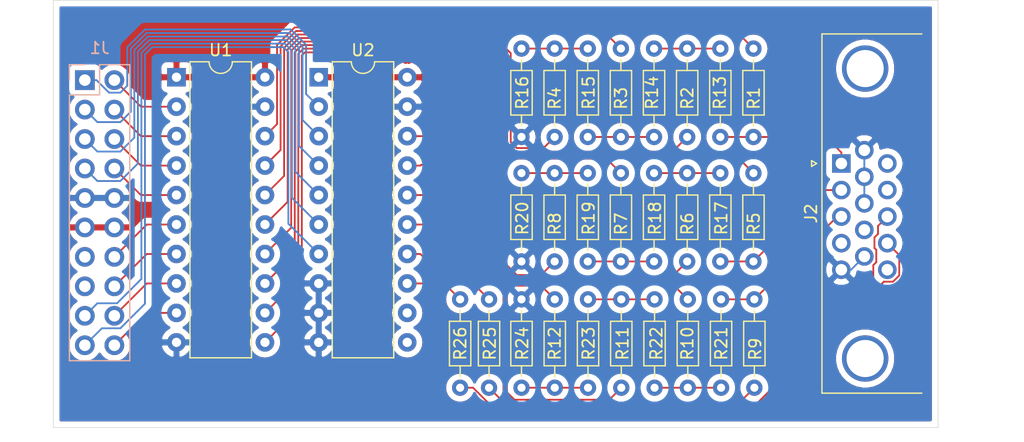
<source format=kicad_pcb>
(kicad_pcb (version 20171130) (host pcbnew 5.1.4-e60b266~84~ubuntu16.04.1)
  (layers (0 F.Cu signal) (31 B.Cu signal) (34 B.Paste user) (35 F.Paste user) (36 B.SilkS user) (37 F.SilkS user) (38 B.Mask user) (39 F.Mask user) (44 Edge.Cuts user))
  (net 0 "")
  (net 1 VSYNC)
  (net 2 HSYNC)
  (net 3 B3)
  (net 4 B2)
  (net 5 B1)
  (net 6 B0)
  (net 7 G3)
  (net 8 VCC)
  (net 9 GND)
  (net 10 G2)
  (net 11 G1)
  (net 12 G0)
  (net 13 R3)
  (net 14 R2)
  (net 15 R1)
  (net 16 R0)
  (net 17 "Net-(J2-Pad1)")
  (net 18 "Net-(J2-Pad2)")
  (net 19 "Net-(J2-Pad3)")
  (net 20 "Net-(J2-Pad4)")
  (net 21 "Net-(J2-Pad9)")
  (net 22 "Net-(J2-Pad11)")
  (net 23 "Net-(J2-Pad12)")
  (net 24 "Net-(J2-Pad13)")
  (net 25 "Net-(J2-Pad14)")
  (net 26 "Net-(J2-Pad15)")
  (net 27 "Net-(R13-Pad1)")
  (net 28 "Net-(R14-Pad1)")
  (net 29 "Net-(R15-Pad1)")
  (net 30 "Net-(R17-Pad1)")
  (net 31 "Net-(R18-Pad1)")
  (net 32 "Net-(R19-Pad1)")
  (net 33 "Net-(R10-Pad1)")
  (net 34 "Net-(R11-Pad1)")
  (net 35 "Net-(R12-Pad1)")
  (net 36 "Net-(R25-Pad2)")
  (net 37 "Net-(R26-Pad2)")
  (net 38 "Net-(U2-Pad12)")
  (net 39 "Net-(U2-Pad11)")
  (net 40 "Net-(J1-Pad13)")
  (net 41 "Net-(J1-Pad15)")
  (net 42 R3_)
  (net 43 R2_)
  (net 44 R1_)
  (net 45 R0_)
  (net 46 G3_)
  (net 47 G0_)
  (net 48 G2_)
  (net 49 G1_)
  (net 50 B3_)
  (net 51 B2_)
  (net 52 B1_)
  (net 53 B0_)
  (module Connector_PinSocket_2.54mm:PinSocket_2x10_P2.54mm_Vertical (layer B.Cu) (at 58.5978 42.4434 180)
    (fp_text reference J1 (at -1.27 2.77) (layer B.SilkS) (effects (justify mirror)))
    (fp_text value Conn_02x10_Odd_Even)
    (pad 1 thru_hole rect (at 0 0 180) (size 1.7 1.7) (drill 1) (layers *.Cu *.Mask) (net 4 B2))
    (pad 2 thru_hole oval (at -2.54 0 180) (size 1.7 1.7) (drill 1) (layers *.Cu *.Mask) (net 13 R3))
    (pad 3 thru_hole oval (at 0 -2.54 180) (size 1.7 1.7) (drill 1) (layers *.Cu *.Mask) (net 6 B0))
    (pad 4 thru_hole oval (at -2.54 -2.54 180) (size 1.7 1.7) (drill 1) (layers *.Cu *.Mask) (net 15 R1))
    (pad 5 thru_hole oval (at 0 -5.08 180) (size 1.7 1.7) (drill 1) (layers *.Cu *.Mask) (net 5 B1))
    (pad 6 thru_hole oval (at -2.54 -5.08 180) (size 1.7 1.7) (drill 1) (layers *.Cu *.Mask) (net 16 R0))
    (pad 7 thru_hole oval (at 0 -7.62 180) (size 1.7 1.7) (drill 1) (layers *.Cu *.Mask) (net 3 B3))
    (pad 8 thru_hole oval (at -2.54 -7.62 180) (size 1.7 1.7) (drill 1) (layers *.Cu *.Mask) (net 14 R2))
    (pad 9 thru_hole oval (at 0 -10.16 180) (size 1.7 1.7) (drill 1) (layers *.Cu *.Mask) (net 9 GND))
    (pad 10 thru_hole oval (at -2.54 -10.16 180) (size 1.7 1.7) (drill 1) (layers *.Cu *.Mask) (net 9 GND))
    (pad 11 thru_hole oval (at 0 -12.7 180) (size 1.7 1.7) (drill 1) (layers *.Cu *.Mask) (net 8 VCC))
    (pad 12 thru_hole oval (at -2.54 -12.7 180) (size 1.7 1.7) (drill 1) (layers *.Cu *.Mask) (net 8 VCC))
    (pad 13 thru_hole oval (at 0 -15.24 180) (size 1.7 1.7) (drill 1) (layers *.Cu *.Mask) (net 40 "Net-(J1-Pad13)"))
    (pad 14 thru_hole oval (at -2.54 -15.24 180) (size 1.7 1.7) (drill 1) (layers *.Cu *.Mask) (net 7 G3))
    (pad 15 thru_hole oval (at 0 -17.78 180) (size 1.7 1.7) (drill 1) (layers *.Cu *.Mask) (net 41 "Net-(J1-Pad15)"))
    (pad 16 thru_hole oval (at -2.54 -17.78 180) (size 1.7 1.7) (drill 1) (layers *.Cu *.Mask) (net 11 G1))
    (pad 17 thru_hole oval (at 0 -20.32 180) (size 1.7 1.7) (drill 1) (layers *.Cu *.Mask) (net 2 HSYNC))
    (pad 18 thru_hole oval (at -2.54 -20.32 180) (size 1.7 1.7) (drill 1) (layers *.Cu *.Mask) (net 12 G0))
    (pad 19 thru_hole oval (at 0 -22.86 180) (size 1.7 1.7) (drill 1) (layers *.Cu *.Mask) (net 1 VSYNC))
    (pad 20 thru_hole oval (at -2.54 -22.86 180) (size 1.7 1.7) (drill 1) (layers *.Cu *.Mask) (net 10 G2))
  )
  (module Connector_Dsub:DSUB-15-HD_Female_Horizontal_P2.29x1.98mm_EdgePinOffset3.03mm_Housed_MountingHolesOffset4.94mm (layer F.Cu) (at 123.7488 49.6316 90)
    (fp_text reference J2 (at -4.315 -2.61 90) (layer F.SilkS))
    (fp_text value DB15_Female_HighDensity)
    (pad 1 thru_hole rect (at 0 0 90) (size 1.6 1.6) (drill 1) (layers *.Cu *.Mask) (net 17 "Net-(J2-Pad1)"))
    (pad 2 thru_hole circle (at -2.29 0 90) (size 1.6 1.6) (drill 1) (layers *.Cu *.Mask) (net 18 "Net-(J2-Pad2)"))
    (pad 3 thru_hole circle (at -4.58 0 90) (size 1.6 1.6) (drill 1) (layers *.Cu *.Mask) (net 19 "Net-(J2-Pad3)"))
    (pad 4 thru_hole circle (at -6.87 0 90) (size 1.6 1.6) (drill 1) (layers *.Cu *.Mask) (net 20 "Net-(J2-Pad4)"))
    (pad 5 thru_hole circle (at -9.16 0 90) (size 1.6 1.6) (drill 1) (layers *.Cu *.Mask) (net 9 GND))
    (pad 6 thru_hole circle (at 1.145 1.98 90) (size 1.6 1.6) (drill 1) (layers *.Cu *.Mask) (net 9 GND))
    (pad 7 thru_hole circle (at -1.145 1.98 90) (size 1.6 1.6) (drill 1) (layers *.Cu *.Mask) (net 9 GND))
    (pad 8 thru_hole circle (at -3.435 1.98 90) (size 1.6 1.6) (drill 1) (layers *.Cu *.Mask) (net 9 GND))
    (pad 9 thru_hole circle (at -5.725 1.98 90) (size 1.6 1.6) (drill 1) (layers *.Cu *.Mask) (net 21 "Net-(J2-Pad9)"))
    (pad 10 thru_hole circle (at -8.015 1.98 90) (size 1.6 1.6) (drill 1) (layers *.Cu *.Mask) (net 9 GND))
    (pad 11 thru_hole circle (at 0 3.96 90) (size 1.6 1.6) (drill 1) (layers *.Cu *.Mask) (net 22 "Net-(J2-Pad11)"))
    (pad 12 thru_hole circle (at -2.29 3.96 90) (size 1.6 1.6) (drill 1) (layers *.Cu *.Mask) (net 23 "Net-(J2-Pad12)"))
    (pad 13 thru_hole circle (at -4.58 3.96 90) (size 1.6 1.6) (drill 1) (layers *.Cu *.Mask) (net 24 "Net-(J2-Pad13)"))
    (pad 14 thru_hole circle (at -6.87 3.96 90) (size 1.6 1.6) (drill 1) (layers *.Cu *.Mask) (net 25 "Net-(J2-Pad14)"))
    (pad 15 thru_hole circle (at -9.16 3.96 90) (size 1.6 1.6) (drill 1) (layers *.Cu *.Mask) (net 26 "Net-(J2-Pad15)"))
    (pad 0 thru_hole circle (at -16.815 2.05 90) (size 4 4) (drill 3.2) (layers *.Cu *.Mask))
    (pad 0 thru_hole circle (at 8.185 2.05 90) (size 4 4) (drill 3.2) (layers *.Cu *.Mask))
  )
  (module Resistor_THT:R_Axial_DIN0204_L3.6mm_D1.6mm_P7.62mm_Horizontal (layer F.Cu) (at 116.1796 47.3431 90)
    (fp_text reference R1 (at 3.333809 0.0254 90) (layer F.SilkS))
    (fp_text value 536)
    (pad 2 thru_hole oval (at 7.62 0 90) (size 1.4 1.4) (drill 0.7) (layers *.Cu *.Mask) (net 42 R3_))
    (pad 1 thru_hole circle (at 0 0 90) (size 1.4 1.4) (drill 0.7) (layers *.Cu *.Mask) (net 17 "Net-(J2-Pad1)"))
  )
  (module Resistor_THT:R_Axial_DIN0204_L3.6mm_D1.6mm_P7.62mm_Horizontal (layer F.Cu) (at 110.471855 39.7231 270)
    (fp_text reference R2 (at 4.286191 -0.018145 90) (layer F.SilkS))
    (fp_text value 536)
    (pad 1 thru_hole circle (at 0 0 270) (size 1.4 1.4) (drill 0.7) (layers *.Cu *.Mask) (net 27 "Net-(R13-Pad1)"))
    (pad 2 thru_hole oval (at 7.62 0 270) (size 1.4 1.4) (drill 0.7) (layers *.Cu *.Mask) (net 43 R2_))
  )
  (module Resistor_THT:R_Axial_DIN0204_L3.6mm_D1.6mm_P7.62mm_Horizontal (layer F.Cu) (at 104.764113 47.3431 90)
    (fp_text reference R3 (at 3.333809 0.010887 90) (layer F.SilkS))
    (fp_text value 536)
    (pad 2 thru_hole oval (at 7.62 0 90) (size 1.4 1.4) (drill 0.7) (layers *.Cu *.Mask) (net 44 R1_))
    (pad 1 thru_hole circle (at 0 0 90) (size 1.4 1.4) (drill 0.7) (layers *.Cu *.Mask) (net 28 "Net-(R14-Pad1)"))
  )
  (module Resistor_THT:R_Axial_DIN0204_L3.6mm_D1.6mm_P7.62mm_Horizontal (layer F.Cu) (at 99.056371 39.7231 270)
    (fp_text reference R4 (at 4.286191 -0.003629 90) (layer F.SilkS))
    (fp_text value 536)
    (pad 1 thru_hole circle (at 0 0 270) (size 1.4 1.4) (drill 0.7) (layers *.Cu *.Mask) (net 29 "Net-(R15-Pad1)"))
    (pad 2 thru_hole oval (at 7.62 0 270) (size 1.4 1.4) (drill 0.7) (layers *.Cu *.Mask) (net 45 R0_))
  )
  (module Resistor_THT:R_Axial_DIN0204_L3.6mm_D1.6mm_P7.62mm_Horizontal (layer F.Cu) (at 116.1796 58.07855 90)
    (fp_text reference R5 (at 3.246359 0.0254 90) (layer F.SilkS))
    (fp_text value 536)
    (pad 2 thru_hole oval (at 7.62 0 90) (size 1.4 1.4) (drill 0.7) (layers *.Cu *.Mask) (net 46 G3_))
    (pad 1 thru_hole circle (at 0 0 90) (size 1.4 1.4) (drill 0.7) (layers *.Cu *.Mask) (net 18 "Net-(J2-Pad2)"))
  )
  (module Resistor_THT:R_Axial_DIN0204_L3.6mm_D1.6mm_P7.62mm_Horizontal (layer F.Cu) (at 110.471855 50.45855 270)
    (fp_text reference R6 (at 4.373641 -0.018145 90) (layer F.SilkS))
    (fp_text value 536)
    (pad 1 thru_hole circle (at 0 0 270) (size 1.4 1.4) (drill 0.7) (layers *.Cu *.Mask) (net 30 "Net-(R17-Pad1)"))
    (pad 2 thru_hole oval (at 7.62 0 270) (size 1.4 1.4) (drill 0.7) (layers *.Cu *.Mask) (net 48 G2_))
  )
  (module Resistor_THT:R_Axial_DIN0204_L3.6mm_D1.6mm_P7.62mm_Horizontal (layer F.Cu) (at 104.764113 58.07855 90)
    (fp_text reference R7 (at 3.246359 0.010887 90) (layer F.SilkS))
    (fp_text value 536)
    (pad 2 thru_hole oval (at 7.62 0 90) (size 1.4 1.4) (drill 0.7) (layers *.Cu *.Mask) (net 49 G1_))
    (pad 1 thru_hole circle (at 0 0 90) (size 1.4 1.4) (drill 0.7) (layers *.Cu *.Mask) (net 31 "Net-(R18-Pad1)"))
  )
  (module Resistor_THT:R_Axial_DIN0204_L3.6mm_D1.6mm_P7.62mm_Horizontal (layer F.Cu) (at 99.056371 50.45855 270)
    (fp_text reference R8 (at 4.373641 -0.003629 90) (layer F.SilkS))
    (fp_text value 536)
    (pad 1 thru_hole circle (at 0 0 270) (size 1.4 1.4) (drill 0.7) (layers *.Cu *.Mask) (net 32 "Net-(R19-Pad1)"))
    (pad 2 thru_hole oval (at 7.62 0 270) (size 1.4 1.4) (drill 0.7) (layers *.Cu *.Mask) (net 47 G0_))
  )
  (module Resistor_THT:R_Axial_DIN0204_L3.6mm_D1.6mm_P7.62mm_Horizontal (layer F.Cu) (at 116.2558 61.344 270)
    (fp_text reference R9 (at 4.286191 -0.0762 90) (layer F.SilkS))
    (fp_text value 536)
    (pad 1 thru_hole circle (at 0 0 270) (size 1.4 1.4) (drill 0.7) (layers *.Cu *.Mask) (net 19 "Net-(J2-Pad3)"))
    (pad 2 thru_hole oval (at 7.62 0 270) (size 1.4 1.4) (drill 0.7) (layers *.Cu *.Mask) (net 50 B3_))
  )
  (module Resistor_THT:R_Axial_DIN0204_L3.6mm_D1.6mm_P7.62mm_Horizontal (layer F.Cu) (at 110.526285 68.964 90)
    (fp_text reference R10 (at 3.81 -0.036285 90) (layer F.SilkS))
    (fp_text value 536)
    (pad 2 thru_hole oval (at 7.62 0 90) (size 1.4 1.4) (drill 0.7) (layers *.Cu *.Mask) (net 51 B2_))
    (pad 1 thru_hole circle (at 0 0 90) (size 1.4 1.4) (drill 0.7) (layers *.Cu *.Mask) (net 33 "Net-(R10-Pad1)"))
  )
  (module Resistor_THT:R_Axial_DIN0204_L3.6mm_D1.6mm_P7.62mm_Horizontal (layer F.Cu) (at 104.796771 61.344 270)
    (fp_text reference R11 (at 3.81 -0.105229 90) (layer F.SilkS))
    (fp_text value 536)
    (pad 1 thru_hole circle (at 0 0 270) (size 1.4 1.4) (drill 0.7) (layers *.Cu *.Mask) (net 34 "Net-(R11-Pad1)"))
    (pad 2 thru_hole oval (at 7.62 0 270) (size 1.4 1.4) (drill 0.7) (layers *.Cu *.Mask) (net 52 B1_))
  )
  (module Resistor_THT:R_Axial_DIN0204_L3.6mm_D1.6mm_P7.62mm_Horizontal (layer F.Cu) (at 99.067257 68.964 90)
    (fp_text reference R12 (at 3.81 -0.007257 90) (layer F.SilkS))
    (fp_text value 536)
    (pad 2 thru_hole oval (at 7.62 0 90) (size 1.4 1.4) (drill 0.7) (layers *.Cu *.Mask) (net 53 B0_))
    (pad 1 thru_hole circle (at 0 0 90) (size 1.4 1.4) (drill 0.7) (layers *.Cu *.Mask) (net 35 "Net-(R12-Pad1)"))
  )
  (module Resistor_THT:R_Axial_DIN0204_L3.6mm_D1.6mm_P7.62mm_Horizontal (layer F.Cu) (at 113.325726 39.7231 270)
    (fp_text reference R13 (at 3.81 0.041726 90) (layer F.SilkS))
    (fp_text value 270)
    (pad 1 thru_hole circle (at 0 0 270) (size 1.4 1.4) (drill 0.7) (layers *.Cu *.Mask) (net 27 "Net-(R13-Pad1)"))
    (pad 2 thru_hole oval (at 7.62 0 270) (size 1.4 1.4) (drill 0.7) (layers *.Cu *.Mask) (net 17 "Net-(J2-Pad1)"))
  )
  (module Resistor_THT:R_Axial_DIN0204_L3.6mm_D1.6mm_P7.62mm_Horizontal (layer F.Cu) (at 107.617984 47.3431 90)
    (fp_text reference R14 (at 3.81 -0.175984 90) (layer F.SilkS))
    (fp_text value 270)
    (pad 2 thru_hole oval (at 7.62 0 90) (size 1.4 1.4) (drill 0.7) (layers *.Cu *.Mask) (net 27 "Net-(R13-Pad1)"))
    (pad 1 thru_hole circle (at 0 0 90) (size 1.4 1.4) (drill 0.7) (layers *.Cu *.Mask) (net 28 "Net-(R14-Pad1)"))
  )
  (module Resistor_THT:R_Axial_DIN0204_L3.6mm_D1.6mm_P7.62mm_Horizontal (layer F.Cu) (at 101.910242 39.7231 270)
    (fp_text reference R15 (at 3.81 -0.070758 90) (layer F.SilkS))
    (fp_text value 270)
    (pad 1 thru_hole circle (at 0 0 270) (size 1.4 1.4) (drill 0.7) (layers *.Cu *.Mask) (net 29 "Net-(R15-Pad1)"))
    (pad 2 thru_hole oval (at 7.62 0 270) (size 1.4 1.4) (drill 0.7) (layers *.Cu *.Mask) (net 28 "Net-(R14-Pad1)"))
  )
  (module Resistor_THT:R_Axial_DIN0204_L3.6mm_D1.6mm_P7.62mm_Horizontal (layer F.Cu) (at 96.2025 47.3431 90)
    (fp_text reference R16 (at 3.81 0.0635 90) (layer F.SilkS))
    (fp_text value 536)
    (pad 2 thru_hole oval (at 7.62 0 90) (size 1.4 1.4) (drill 0.7) (layers *.Cu *.Mask) (net 29 "Net-(R15-Pad1)"))
    (pad 1 thru_hole circle (at 0 0 90) (size 1.4 1.4) (drill 0.7) (layers *.Cu *.Mask) (net 9 GND))
  )
  (module Resistor_THT:R_Axial_DIN0204_L3.6mm_D1.6mm_P7.62mm_Horizontal (layer F.Cu) (at 113.325726 50.45855 270)
    (fp_text reference R17 (at 3.89745 -0.085274 90) (layer F.SilkS))
    (fp_text value 270)
    (pad 2 thru_hole oval (at 7.62 0 270) (size 1.4 1.4) (drill 0.7) (layers *.Cu *.Mask) (net 18 "Net-(J2-Pad2)"))
    (pad 1 thru_hole circle (at 0 0 270) (size 1.4 1.4) (drill 0.7) (layers *.Cu *.Mask) (net 30 "Net-(R17-Pad1)"))
  )
  (module Resistor_THT:R_Axial_DIN0204_L3.6mm_D1.6mm_P7.62mm_Horizontal (layer F.Cu) (at 107.617984 58.07855 90)
    (fp_text reference R18 (at 3.72255 0.078016 90) (layer F.SilkS))
    (fp_text value 270)
    (pad 1 thru_hole circle (at 0 0 90) (size 1.4 1.4) (drill 0.7) (layers *.Cu *.Mask) (net 31 "Net-(R18-Pad1)"))
    (pad 2 thru_hole oval (at 7.62 0 90) (size 1.4 1.4) (drill 0.7) (layers *.Cu *.Mask) (net 30 "Net-(R17-Pad1)"))
  )
  (module Resistor_THT:R_Axial_DIN0204_L3.6mm_D1.6mm_P7.62mm_Horizontal (layer F.Cu) (at 101.910242 50.45855 270)
    (fp_text reference R19 (at 3.89745 -0.070758 90) (layer F.SilkS))
    (fp_text value 270)
    (pad 2 thru_hole oval (at 7.62 0 270) (size 1.4 1.4) (drill 0.7) (layers *.Cu *.Mask) (net 31 "Net-(R18-Pad1)"))
    (pad 1 thru_hole circle (at 0 0 270) (size 1.4 1.4) (drill 0.7) (layers *.Cu *.Mask) (net 32 "Net-(R19-Pad1)"))
  )
  (module Resistor_THT:R_Axial_DIN0204_L3.6mm_D1.6mm_P7.62mm_Horizontal (layer F.Cu) (at 96.2025 58.07855 90)
    (fp_text reference R20 (at 3.72255 0.0635 90) (layer F.SilkS))
    (fp_text value 536)
    (pad 1 thru_hole circle (at 0 0 90) (size 1.4 1.4) (drill 0.7) (layers *.Cu *.Mask) (net 9 GND))
    (pad 2 thru_hole oval (at 7.62 0 90) (size 1.4 1.4) (drill 0.7) (layers *.Cu *.Mask) (net 32 "Net-(R19-Pad1)"))
  )
  (module Resistor_THT:R_Axial_DIN0204_L3.6mm_D1.6mm_P7.62mm_Horizontal (layer F.Cu) (at 113.391042 68.964 90)
    (fp_text reference R21 (at 3.81 0.019958 90) (layer F.SilkS))
    (fp_text value 270)
    (pad 1 thru_hole circle (at 0 0 90) (size 1.4 1.4) (drill 0.7) (layers *.Cu *.Mask) (net 33 "Net-(R10-Pad1)"))
    (pad 2 thru_hole oval (at 7.62 0 90) (size 1.4 1.4) (drill 0.7) (layers *.Cu *.Mask) (net 19 "Net-(J2-Pad3)"))
  )
  (module Resistor_THT:R_Axial_DIN0204_L3.6mm_D1.6mm_P7.62mm_Horizontal (layer F.Cu) (at 107.661528 61.344 270)
    (fp_text reference R22 (at 3.81 -0.161472 90) (layer F.SilkS))
    (fp_text value 270)
    (pad 2 thru_hole oval (at 7.62 0 270) (size 1.4 1.4) (drill 0.7) (layers *.Cu *.Mask) (net 33 "Net-(R10-Pad1)"))
    (pad 1 thru_hole circle (at 0 0 270) (size 1.4 1.4) (drill 0.7) (layers *.Cu *.Mask) (net 34 "Net-(R11-Pad1)"))
  )
  (module Resistor_THT:R_Axial_DIN0204_L3.6mm_D1.6mm_P7.62mm_Horizontal (layer F.Cu) (at 101.932014 68.964 90)
    (fp_text reference R23 (at 3.81 0.048986 90) (layer F.SilkS))
    (fp_text value 270)
    (pad 1 thru_hole circle (at 0 0 90) (size 1.4 1.4) (drill 0.7) (layers *.Cu *.Mask) (net 35 "Net-(R12-Pad1)"))
    (pad 2 thru_hole oval (at 7.62 0 90) (size 1.4 1.4) (drill 0.7) (layers *.Cu *.Mask) (net 34 "Net-(R11-Pad1)"))
  )
  (module Resistor_THT:R_Axial_DIN0204_L3.6mm_D1.6mm_P7.62mm_Horizontal (layer F.Cu) (at 96.2025 61.344 270)
    (fp_text reference R24 (at 3.81 -0.0635 90) (layer F.SilkS))
    (fp_text value 536)
    (pad 2 thru_hole oval (at 7.62 0 270) (size 1.4 1.4) (drill 0.7) (layers *.Cu *.Mask) (net 35 "Net-(R12-Pad1)"))
    (pad 1 thru_hole circle (at 0 0 270) (size 1.4 1.4) (drill 0.7) (layers *.Cu *.Mask) (net 9 GND))
  )
  (module Resistor_THT:R_Axial_DIN0204_L3.6mm_D1.6mm_P7.62mm_Horizontal (layer F.Cu) (at 93.4068 68.964 90)
    (fp_text reference R25 (at 3.81 0.0652 90) (layer F.SilkS))
    (fp_text value 100)
    (pad 1 thru_hole circle (at 0 0 90) (size 1.4 1.4) (drill 0.7) (layers *.Cu *.Mask) (net 24 "Net-(J2-Pad13)"))
    (pad 2 thru_hole oval (at 7.62 0 90) (size 1.4 1.4) (drill 0.7) (layers *.Cu *.Mask) (net 36 "Net-(R25-Pad2)"))
  )
  (module Resistor_THT:R_Axial_DIN0204_L3.6mm_D1.6mm_P7.62mm_Horizontal (layer F.Cu) (at 90.9176 68.964 90)
    (fp_text reference R26 (at 3.81 0.0144 90) (layer F.SilkS))
    (fp_text value 100)
    (pad 2 thru_hole oval (at 7.62 0 90) (size 1.4 1.4) (drill 0.7) (layers *.Cu *.Mask) (net 37 "Net-(R26-Pad2)"))
    (pad 1 thru_hole circle (at 0 0 90) (size 1.4 1.4) (drill 0.7) (layers *.Cu *.Mask) (net 25 "Net-(J2-Pad14)"))
  )
  (module Package_DIP:DIP-20_W7.62mm (layer F.Cu) (at 66.4889 42.1934)
    (fp_text reference U1 (at 3.81 -2.33) (layer F.SilkS))
    (fp_text value SN74LVC245AN)
    (pad 1 thru_hole rect (at 0 0) (size 1.6 1.6) (drill 0.8) (layers *.Cu *.Mask) (net 8 VCC))
    (pad 11 thru_hole oval (at 7.62 22.86) (size 1.6 1.6) (drill 0.8) (layers *.Cu *.Mask) (net 48 G2_))
    (pad 2 thru_hole oval (at 0 2.54) (size 1.6 1.6) (drill 0.8) (layers *.Cu *.Mask) (net 13 R3))
    (pad 12 thru_hole oval (at 7.62 20.32) (size 1.6 1.6) (drill 0.8) (layers *.Cu *.Mask) (net 47 G0_))
    (pad 3 thru_hole oval (at 0 5.08) (size 1.6 1.6) (drill 0.8) (layers *.Cu *.Mask) (net 15 R1))
    (pad 13 thru_hole oval (at 7.62 17.78) (size 1.6 1.6) (drill 0.8) (layers *.Cu *.Mask) (net 49 G1_))
    (pad 4 thru_hole oval (at 0 7.62) (size 1.6 1.6) (drill 0.8) (layers *.Cu *.Mask) (net 16 R0))
    (pad 14 thru_hole oval (at 7.62 15.24) (size 1.6 1.6) (drill 0.8) (layers *.Cu *.Mask) (net 46 G3_))
    (pad 5 thru_hole oval (at 0 10.16) (size 1.6 1.6) (drill 0.8) (layers *.Cu *.Mask) (net 14 R2))
    (pad 15 thru_hole oval (at 7.62 12.7) (size 1.6 1.6) (drill 0.8) (layers *.Cu *.Mask) (net 43 R2_))
    (pad 6 thru_hole oval (at 0 12.7) (size 1.6 1.6) (drill 0.8) (layers *.Cu *.Mask) (net 7 G3))
    (pad 16 thru_hole oval (at 7.62 10.16) (size 1.6 1.6) (drill 0.8) (layers *.Cu *.Mask) (net 45 R0_))
    (pad 7 thru_hole oval (at 0 15.24) (size 1.6 1.6) (drill 0.8) (layers *.Cu *.Mask) (net 11 G1))
    (pad 17 thru_hole oval (at 7.62 7.62) (size 1.6 1.6) (drill 0.8) (layers *.Cu *.Mask) (net 44 R1_))
    (pad 8 thru_hole oval (at 0 17.78) (size 1.6 1.6) (drill 0.8) (layers *.Cu *.Mask) (net 12 G0))
    (pad 18 thru_hole oval (at 7.62 5.08) (size 1.6 1.6) (drill 0.8) (layers *.Cu *.Mask) (net 42 R3_))
    (pad 9 thru_hole oval (at 0 20.32) (size 1.6 1.6) (drill 0.8) (layers *.Cu *.Mask) (net 10 G2))
    (pad 19 thru_hole oval (at 7.62 2.54) (size 1.6 1.6) (drill 0.8) (layers *.Cu *.Mask) (net 9 GND))
    (pad 10 thru_hole oval (at 0 22.86) (size 1.6 1.6) (drill 0.8) (layers *.Cu *.Mask) (net 9 GND))
    (pad 20 thru_hole oval (at 7.62 0) (size 1.6 1.6) (drill 0.8) (layers *.Cu *.Mask) (net 8 VCC))
  )
  (module Package_DIP:DIP-20_W7.62mm (layer F.Cu) (at 78.74 42.1934)
    (fp_text reference U2 (at 3.81 -2.33) (layer F.SilkS))
    (fp_text value SN74LVC245AN)
    (pad 20 thru_hole oval (at 7.62 0) (size 1.6 1.6) (drill 0.8) (layers *.Cu *.Mask) (net 8 VCC))
    (pad 10 thru_hole oval (at 0 22.86) (size 1.6 1.6) (drill 0.8) (layers *.Cu *.Mask) (net 9 GND))
    (pad 19 thru_hole oval (at 7.62 2.54) (size 1.6 1.6) (drill 0.8) (layers *.Cu *.Mask) (net 9 GND))
    (pad 9 thru_hole oval (at 0 20.32) (size 1.6 1.6) (drill 0.8) (layers *.Cu *.Mask) (net 9 GND))
    (pad 18 thru_hole oval (at 7.62 5.08) (size 1.6 1.6) (drill 0.8) (layers *.Cu *.Mask) (net 51 B2_))
    (pad 8 thru_hole oval (at 0 17.78) (size 1.6 1.6) (drill 0.8) (layers *.Cu *.Mask) (net 9 GND))
    (pad 17 thru_hole oval (at 7.62 7.62) (size 1.6 1.6) (drill 0.8) (layers *.Cu *.Mask) (net 53 B0_))
    (pad 7 thru_hole oval (at 0 15.24) (size 1.6 1.6) (drill 0.8) (layers *.Cu *.Mask) (net 1 VSYNC))
    (pad 16 thru_hole oval (at 7.62 10.16) (size 1.6 1.6) (drill 0.8) (layers *.Cu *.Mask) (net 52 B1_))
    (pad 6 thru_hole oval (at 0 12.7) (size 1.6 1.6) (drill 0.8) (layers *.Cu *.Mask) (net 2 HSYNC))
    (pad 15 thru_hole oval (at 7.62 12.7) (size 1.6 1.6) (drill 0.8) (layers *.Cu *.Mask) (net 50 B3_))
    (pad 5 thru_hole oval (at 0 10.16) (size 1.6 1.6) (drill 0.8) (layers *.Cu *.Mask) (net 3 B3))
    (pad 14 thru_hole oval (at 7.62 15.24) (size 1.6 1.6) (drill 0.8) (layers *.Cu *.Mask) (net 36 "Net-(R25-Pad2)"))
    (pad 4 thru_hole oval (at 0 7.62) (size 1.6 1.6) (drill 0.8) (layers *.Cu *.Mask) (net 5 B1))
    (pad 13 thru_hole oval (at 7.62 17.78) (size 1.6 1.6) (drill 0.8) (layers *.Cu *.Mask) (net 37 "Net-(R26-Pad2)"))
    (pad 3 thru_hole oval (at 0 5.08) (size 1.6 1.6) (drill 0.8) (layers *.Cu *.Mask) (net 6 B0))
    (pad 12 thru_hole oval (at 7.62 20.32) (size 1.6 1.6) (drill 0.8) (layers *.Cu *.Mask) (net 38 "Net-(U2-Pad12)"))
    (pad 2 thru_hole oval (at 0 2.54) (size 1.6 1.6) (drill 0.8) (layers *.Cu *.Mask) (net 4 B2))
    (pad 11 thru_hole oval (at 7.62 22.86) (size 1.6 1.6) (drill 0.8) (layers *.Cu *.Mask) (net 39 "Net-(U2-Pad11)"))
    (pad 1 thru_hole rect (at 0 0) (size 1.6 1.6) (drill 0.8) (layers *.Cu *.Mask) (net 8 VCC))
  )
  (gr_line (start 55.88 71.12) (end 55.88 72.39) (layer Edge.Cuts) (width 0.05))
  (gr_line (start 132.08 71.12) (end 132.08 72.39) (layer Edge.Cuts) (width 0.05))
  (gr_line (start 55.88 35.56) (end 55.88 38.1) (layer Edge.Cuts) (width 0.05))
  (gr_line (start 132.08 35.56) (end 132.08 38.1) (layer Edge.Cuts) (width 0.05))
  (gr_line (start 55.88 71.12) (end 55.88 38.1) (layer Edge.Cuts) (width 0.05))
  (gr_line (start 132.08 72.39) (end 55.88 72.39) (layer Edge.Cuts) (width 0.05))
  (gr_line (start 132.08 38.1) (end 132.08 71.12) (layer Edge.Cuts) (width 0.05))
  (gr_line (start 55.88 35.56) (end 132.08 35.56) (layer Edge.Cuts) (width 0.05))
  (segment (start 76.12595 54.81935) (end 78.74 57.4334) (width 0.1524) (layer B.Cu) (net 1))
  (segment (start 60.059199 63.842001) (end 61.655529 63.842001) (width 0.1524) (layer B.Cu) (net 1))
  (segment (start 75.69467 39.6) (end 76.12595 40.03128) (width 0.1524) (layer B.Cu) (net 1))
  (segment (start 64.40533 39.6) (end 75.69467 39.6) (width 0.1524) (layer B.Cu) (net 1))
  (segment (start 76.12595 40.03128) (end 76.12595 54.81935) (width 0.1524) (layer B.Cu) (net 1))
  (segment (start 61.655529 63.842001) (end 63.77405 61.72348) (width 0.1524) (layer B.Cu) (net 1))
  (segment (start 58.5978 65.3034) (end 60.059199 63.842001) (width 0.1524) (layer B.Cu) (net 1))
  (segment (start 63.77405 40.23128) (end 64.40533 39.6) (width 0.1524) (layer B.Cu) (net 1))
  (segment (start 63.77405 61.72348) (end 63.77405 40.23128) (width 0.1524) (layer B.Cu) (net 1))
  (segment (start 75.820925 39.295189) (end 76.430761 39.905025) (width 0.1524) (layer B.Cu) (net 2))
  (segment (start 64.279075 39.295189) (end 75.820925 39.295189) (width 0.1524) (layer B.Cu) (net 2))
  (segment (start 76.430761 52.584161) (end 78.74 54.8934) (width 0.1524) (layer B.Cu) (net 2))
  (segment (start 58.5978 62.7634) (end 59.676401 61.684799) (width 0.1524) (layer B.Cu) (net 2))
  (segment (start 76.430761 39.905025) (end 76.430761 52.584161) (width 0.1524) (layer B.Cu) (net 2))
  (segment (start 63.469239 40.105025) (end 64.279075 39.295189) (width 0.1524) (layer B.Cu) (net 2))
  (segment (start 63.469239 59.580761) (end 63.469239 40.105025) (width 0.1524) (layer B.Cu) (net 2))
  (segment (start 61.365201 61.684799) (end 63.469239 59.580761) (width 0.1524) (layer B.Cu) (net 2))
  (segment (start 59.676401 61.684799) (end 61.365201 61.684799) (width 0.1524) (layer B.Cu) (net 2))
  (segment (start 77.650003 43.643403) (end 78.74 44.7334) (width 0.1524) (layer B.Cu) (net 4))
  (segment (start 76.325945 38.075945) (end 77.650003 39.400003) (width 0.1524) (layer B.Cu) (net 4))
  (segment (start 62.25 39.6) (end 63.774055 38.075945) (width 0.1524) (layer B.Cu) (net 4))
  (segment (start 62.25 42.92753) (end 62.25 39.6) (width 0.1524) (layer B.Cu) (net 4))
  (segment (start 61.655529 43.522001) (end 62.25 42.92753) (width 0.1524) (layer B.Cu) (net 4))
  (segment (start 77.650003 39.400003) (end 77.650003 43.643403) (width 0.1524) (layer B.Cu) (net 4))
  (segment (start 60.678801 43.522001) (end 61.655529 43.522001) (width 0.1524) (layer B.Cu) (net 4))
  (segment (start 58.5978 42.4434) (end 59.6002 42.4434) (width 0.1524) (layer B.Cu) (net 4))
  (segment (start 59.6002 42.4434) (end 60.678801 43.522001) (width 0.1524) (layer B.Cu) (net 4))
  (segment (start 63.774055 38.075945) (end 76.325945 38.075945) (width 0.1524) (layer B.Cu) (net 4))
  (segment (start 58.5978 44.9834) (end 59.676401 46.062001) (width 0.1524) (layer B.Cu) (net 6))
  (segment (start 77.345192 39.526258) (end 77.345192 45.878592) (width 0.1524) (layer B.Cu) (net 6))
  (segment (start 77.345192 45.878592) (end 78.74 47.2734) (width 0.1524) (layer B.Cu) (net 6))
  (segment (start 76.19969 38.380756) (end 77.345192 39.526258) (width 0.1524) (layer B.Cu) (net 6))
  (segment (start 62.554811 45.162719) (end 62.554811 39.726255) (width 0.1524) (layer B.Cu) (net 6))
  (segment (start 63.90031 38.380756) (end 76.19969 38.380756) (width 0.1524) (layer B.Cu) (net 6))
  (segment (start 62.554811 39.726255) (end 63.90031 38.380756) (width 0.1524) (layer B.Cu) (net 6))
  (segment (start 59.676401 46.062001) (end 61.655529 46.062001) (width 0.1524) (layer B.Cu) (net 6))
  (segment (start 61.655529 46.062001) (end 62.554811 45.162719) (width 0.1524) (layer B.Cu) (net 6))
  (segment (start 58.5978 47.5234) (end 59.676401 48.602001) (width 0.1524) (layer B.Cu) (net 5))
  (segment (start 76.073435 38.685567) (end 77.040381 39.652513) (width 0.1524) (layer B.Cu) (net 5))
  (segment (start 77.040381 48.113781) (end 78.74 49.8134) (width 0.1524) (layer B.Cu) (net 5))
  (segment (start 62.859617 39.852515) (end 64.026565 38.685567) (width 0.1524) (layer B.Cu) (net 5))
  (segment (start 77.040381 39.652513) (end 77.040381 48.113781) (width 0.1524) (layer B.Cu) (net 5))
  (segment (start 64.026565 38.685567) (end 76.073435 38.685567) (width 0.1524) (layer B.Cu) (net 5))
  (segment (start 62.859617 47.397913) (end 62.859617 39.852515) (width 0.1524) (layer B.Cu) (net 5))
  (segment (start 59.676401 48.602001) (end 61.655529 48.602001) (width 0.1524) (layer B.Cu) (net 5))
  (segment (start 61.655529 48.602001) (end 62.859617 47.397913) (width 0.1524) (layer B.Cu) (net 5))
  (segment (start 58.5978 50.0634) (end 59.676401 51.142001) (width 0.1524) (layer B.Cu) (net 3))
  (segment (start 61.655529 51.142001) (end 63.164428 49.633102) (width 0.1524) (layer B.Cu) (net 3))
  (segment (start 59.676401 51.142001) (end 61.655529 51.142001) (width 0.1524) (layer B.Cu) (net 3))
  (segment (start 63.164428 49.633102) (end 63.164428 39.97877) (width 0.1524) (layer B.Cu) (net 3))
  (segment (start 64.15282 38.990378) (end 75.94718 38.990378) (width 0.1524) (layer B.Cu) (net 3))
  (segment (start 63.164428 39.97877) (end 64.15282 38.990378) (width 0.1524) (layer B.Cu) (net 3))
  (segment (start 75.94718 38.990378) (end 76.73557 39.778768) (width 0.1524) (layer B.Cu) (net 3))
  (segment (start 76.73557 39.778768) (end 76.735571 50.348971) (width 0.1524) (layer B.Cu) (net 3))
  (segment (start 76.735571 50.348971) (end 78.74 52.3534) (width 0.1524) (layer B.Cu) (net 3))
  (segment (start 63.9278 54.8934) (end 66.4889 54.8934) (width 0.1524) (layer F.Cu) (net 7))
  (segment (start 61.1378 57.6834) (end 63.9278 54.8934) (width 0.1524) (layer F.Cu) (net 7))
  (segment (start 125.7288 49.61797) (end 125.7288 50.7766) (width 0.1524) (layer B.Cu) (net 9))
  (segment (start 125.7288 48.4866) (end 125.7288 49.61797) (width 0.1524) (layer B.Cu) (net 9))
  (segment (start 125.7288 51.90797) (end 125.7288 53.0666) (width 0.1524) (layer B.Cu) (net 9))
  (segment (start 125.7288 50.7766) (end 125.7288 51.90797) (width 0.1524) (layer B.Cu) (net 9))
  (segment (start 124.5838 58.7916) (end 123.7488 58.7916) (width 0.1524) (layer B.Cu) (net 9))
  (segment (start 125.7288 57.6466) (end 124.5838 58.7916) (width 0.1524) (layer B.Cu) (net 9))
  (segment (start 63.9278 57.4334) (end 66.4889 57.4334) (width 0.1524) (layer F.Cu) (net 11))
  (segment (start 61.1378 60.2234) (end 63.9278 57.4334) (width 0.1524) (layer F.Cu) (net 11))
  (segment (start 63.9278 59.9734) (end 66.4889 59.9734) (width 0.1524) (layer F.Cu) (net 12))
  (segment (start 61.1378 62.7634) (end 63.9278 59.9734) (width 0.1524) (layer F.Cu) (net 12))
  (segment (start 63.9278 62.5134) (end 66.4889 62.5134) (width 0.1524) (layer F.Cu) (net 10))
  (segment (start 61.1378 65.3034) (end 63.9278 62.5134) (width 0.1524) (layer F.Cu) (net 10))
  (segment (start 63.4278 44.7334) (end 66.4889 44.7334) (width 0.1524) (layer F.Cu) (net 13))
  (segment (start 61.1378 42.4434) (end 63.4278 44.7334) (width 0.1524) (layer F.Cu) (net 13))
  (segment (start 63.4278 47.2734) (end 66.4889 47.2734) (width 0.1524) (layer F.Cu) (net 15))
  (segment (start 61.1378 44.9834) (end 63.4278 47.2734) (width 0.1524) (layer F.Cu) (net 15))
  (segment (start 63.4278 49.8134) (end 66.4889 49.8134) (width 0.1524) (layer F.Cu) (net 16))
  (segment (start 61.1378 47.5234) (end 63.4278 49.8134) (width 0.1524) (layer F.Cu) (net 16))
  (segment (start 63.4278 52.3534) (end 66.4889 52.3534) (width 0.1524) (layer F.Cu) (net 14))
  (segment (start 61.1378 50.0634) (end 63.4278 52.3534) (width 0.1524) (layer F.Cu) (net 14))
  (segment (start 113.325726 47.3431) (end 116.1796 47.3431) (width 0.1524) (layer F.Cu) (net 17))
  (segment (start 123.7488 48.6792) (end 123.7488 49.6316) (width 0.1524) (layer F.Cu) (net 17))
  (segment (start 122.4127 47.3431) (end 123.7488 48.6792) (width 0.1524) (layer F.Cu) (net 17))
  (segment (start 116.1796 47.3431) (end 122.4127 47.3431) (width 0.1524) (layer F.Cu) (net 17))
  (segment (start 113.325726 58.07855) (end 116.1796 58.07855) (width 0.1524) (layer F.Cu) (net 18))
  (segment (start 122.33655 51.9216) (end 123.7488 51.9216) (width 0.1524) (layer F.Cu) (net 18))
  (segment (start 116.1796 58.07855) (end 122.33655 51.9216) (width 0.1524) (layer F.Cu) (net 18))
  (segment (start 113.391042 61.344) (end 116.2558 61.344) (width 0.1524) (layer F.Cu) (net 19))
  (segment (start 123.3882 54.2116) (end 123.7488 54.2116) (width 0.1524) (layer F.Cu) (net 19))
  (segment (start 116.2558 61.344) (end 123.3882 54.2116) (width 0.1524) (layer F.Cu) (net 19))
  (segment (start 93.4068 68.964) (end 95.052421 70.60962) (width 0.1524) (layer F.Cu) (net 24))
  (segment (start 126.5 58.39773) (end 126.757401 58.140329) (width 0.1524) (layer F.Cu) (net 24))
  (segment (start 95.052421 70.60962) (end 116.19038 70.60962) (width 0.1524) (layer F.Cu) (net 24))
  (segment (start 116.19038 70.60962) (end 126.5 60.3) (width 0.1524) (layer F.Cu) (net 24))
  (segment (start 126.908801 55.011599) (end 127.7088 54.2116) (width 0.1524) (layer F.Cu) (net 24))
  (segment (start 126.757401 57.072531) (end 126.6 56.91513) (width 0.1524) (layer F.Cu) (net 24))
  (segment (start 126.757401 58.140329) (end 126.757401 57.072531) (width 0.1524) (layer F.Cu) (net 24))
  (segment (start 126.6 56.91513) (end 126.6 56.00773) (width 0.1524) (layer F.Cu) (net 24))
  (segment (start 126.5 60.3) (end 126.5 58.39773) (width 0.1524) (layer F.Cu) (net 24))
  (segment (start 126.6 56.00773) (end 126.908801 55.698929) (width 0.1524) (layer F.Cu) (net 24))
  (segment (start 126.908801 55.698929) (end 126.908801 55.011599) (width 0.1524) (layer F.Cu) (net 24))
  (segment (start 92.03247 68.964) (end 93.9829 70.91443) (width 0.1524) (layer F.Cu) (net 25))
  (segment (start 90.9176 68.964) (end 92.03247 68.964) (width 0.1524) (layer F.Cu) (net 25))
  (segment (start 93.9829 70.91443) (end 116.33557 70.91443) (width 0.1524) (layer F.Cu) (net 25))
  (segment (start 116.33557 70.91443) (end 117.8 69.45) (width 0.1524) (layer F.Cu) (net 25))
  (segment (start 128.508799 57.301599) (end 127.7088 56.5016) (width 0.1524) (layer F.Cu) (net 25))
  (segment (start 128.737401 59.285329) (end 128.737401 57.530201) (width 0.1524) (layer F.Cu) (net 25))
  (segment (start 128.202529 59.820201) (end 128.737401 59.285329) (width 0.1524) (layer F.Cu) (net 25))
  (segment (start 127.410865 59.820201) (end 128.202529 59.820201) (width 0.1524) (layer F.Cu) (net 25))
  (segment (start 117.8 69.431066) (end 127.410865 59.820201) (width 0.1524) (layer F.Cu) (net 25))
  (segment (start 128.737401 57.530201) (end 128.508799 57.301599) (width 0.1524) (layer F.Cu) (net 25))
  (segment (start 117.8 69.45) (end 117.8 69.431066) (width 0.1524) (layer F.Cu) (net 25))
  (segment (start 107.617984 39.7231) (end 110.471855 39.7231) (width 0.1524) (layer F.Cu) (net 27))
  (segment (start 110.471855 39.7231) (end 113.325726 39.7231) (width 0.1524) (layer F.Cu) (net 27))
  (segment (start 101.910242 47.3431) (end 104.764113 47.3431) (width 0.1524) (layer F.Cu) (net 28))
  (segment (start 104.764113 47.3431) (end 107.617984 47.3431) (width 0.1524) (layer F.Cu) (net 28))
  (segment (start 96.2025 39.7231) (end 99.056371 39.7231) (width 0.1524) (layer F.Cu) (net 29))
  (segment (start 99.056371 39.7231) (end 101.910242 39.7231) (width 0.1524) (layer F.Cu) (net 29))
  (segment (start 107.617984 50.45855) (end 110.471855 50.45855) (width 0.1524) (layer F.Cu) (net 30))
  (segment (start 110.471855 50.45855) (end 113.325726 50.45855) (width 0.1524) (layer F.Cu) (net 30))
  (segment (start 101.910242 58.07855) (end 104.764113 58.07855) (width 0.1524) (layer F.Cu) (net 31))
  (segment (start 104.764113 58.07855) (end 107.617984 58.07855) (width 0.1524) (layer F.Cu) (net 31))
  (segment (start 96.2025 50.45855) (end 99.056371 50.45855) (width 0.1524) (layer F.Cu) (net 32))
  (segment (start 99.056371 50.45855) (end 101.910242 50.45855) (width 0.1524) (layer F.Cu) (net 32))
  (segment (start 107.661528 68.964) (end 110.526285 68.964) (width 0.1524) (layer F.Cu) (net 33))
  (segment (start 110.526285 68.964) (end 113.391042 68.964) (width 0.1524) (layer F.Cu) (net 33))
  (segment (start 101.932014 61.344) (end 104.796771 61.344) (width 0.1524) (layer F.Cu) (net 34))
  (segment (start 104.796771 61.344) (end 107.661528 61.344) (width 0.1524) (layer F.Cu) (net 34))
  (segment (start 96.2025 68.964) (end 99.067257 68.964) (width 0.1524) (layer F.Cu) (net 35))
  (segment (start 99.067257 68.964) (end 101.932014 68.964) (width 0.1524) (layer F.Cu) (net 35))
  (segment (start 87.49137 57.4334) (end 88.60797 58.55) (width 0.1524) (layer F.Cu) (net 36))
  (segment (start 86.36 57.4334) (end 87.49137 57.4334) (width 0.1524) (layer F.Cu) (net 36))
  (segment (start 90.6128 58.55) (end 93.4068 61.344) (width 0.1524) (layer F.Cu) (net 36))
  (segment (start 88.60797 58.55) (end 90.6128 58.55) (width 0.1524) (layer F.Cu) (net 36))
  (segment (start 89.547 59.9734) (end 90.9176 61.344) (width 0.1524) (layer F.Cu) (net 37))
  (segment (start 86.36 59.9734) (end 89.547 59.9734) (width 0.1524) (layer F.Cu) (net 37))
  (segment (start 114.3565 37.9) (end 116.1796 39.7231) (width 0.1524) (layer F.Cu) (net 42))
  (segment (start 87.85 37.9) (end 114.3565 37.9) (width 0.1524) (layer F.Cu) (net 42))
  (segment (start 74.1089 47.2734) (end 75.149992 46.232308) (width 0.1524) (layer F.Cu) (net 42))
  (segment (start 75.149992 39.413606) (end 76.663609 37.899999) (width 0.1524) (layer F.Cu) (net 42))
  (segment (start 75.149992 46.232308) (end 75.149992 39.413606) (width 0.1524) (layer F.Cu) (net 42))
  (segment (start 76.663609 37.899999) (end 87.85 37.9) (width 0.1524) (layer F.Cu) (net 42))
  (segment (start 76.789864 38.204809) (end 78.44519 38.20481) (width 0.1524) (layer F.Cu) (net 44))
  (segment (start 75.454807 39.539858) (end 76.789864 38.204809) (width 0.1524) (layer F.Cu) (net 44))
  (segment (start 75.454803 39.539862) (end 75.454807 39.539858) (width 0.1524) (layer F.Cu) (net 44))
  (segment (start 75.454803 48.467497) (end 75.454803 39.539862) (width 0.1524) (layer F.Cu) (net 44))
  (segment (start 74.1089 49.8134) (end 75.454803 48.467497) (width 0.1524) (layer F.Cu) (net 44))
  (segment (start 78.44519 38.20481) (end 87.85 38.204809) (width 0.1524) (layer F.Cu) (net 44))
  (segment (start 87.85 38.204809) (end 83.645191 38.204809) (width 0.1524) (layer F.Cu) (net 44))
  (segment (start 103.245822 38.204809) (end 104.764113 39.7231) (width 0.1524) (layer F.Cu) (net 44))
  (segment (start 87.85 38.204809) (end 103.245822 38.204809) (width 0.1524) (layer F.Cu) (net 44))
  (segment (start 78.75962 38.50962) (end 84.64038 38.50962) (width 0.1524) (layer F.Cu) (net 45))
  (segment (start 84.64038 38.50962) (end 84.640382 38.509618) (width 0.1524) (layer F.Cu) (net 45))
  (segment (start 76.916119 38.509619) (end 78.75962 38.50962) (width 0.1524) (layer F.Cu) (net 45))
  (segment (start 74.1089 52.3534) (end 75.759614 50.702686) (width 0.1524) (layer F.Cu) (net 45))
  (segment (start 75.759616 39.666116) (end 76.916119 38.509619) (width 0.1524) (layer F.Cu) (net 45))
  (segment (start 75.759614 39.666118) (end 75.759616 39.666116) (width 0.1524) (layer F.Cu) (net 45))
  (segment (start 75.759614 50.702686) (end 75.759614 39.666118) (width 0.1524) (layer F.Cu) (net 45))
  (segment (start 84.64038 38.50962) (end 84.89038 38.50962) (width 0.1524) (layer F.Cu) (net 45))
  (segment (start 84.890382 38.509618) (end 84.89038 38.50962) (width 0.1524) (layer F.Cu) (net 45))
  (segment (start 84.959618 38.509618) (end 84.95962 38.50962) (width 0.1524) (layer F.Cu) (net 45))
  (segment (start 84.890382 38.509618) (end 84.959618 38.509618) (width 0.1524) (layer F.Cu) (net 45))
  (segment (start 87.64038 38.50962) (end 87.640382 38.509618) (width 0.1524) (layer F.Cu) (net 45))
  (segment (start 84.95962 38.50962) (end 87.64038 38.50962) (width 0.1524) (layer F.Cu) (net 45))
  (segment (start 93.659621 38.509621) (end 95.273898 40.123898) (width 0.1524) (layer F.Cu) (net 45))
  (segment (start 95.273899 47.788829) (end 95.78507 48.3) (width 0.1524) (layer F.Cu) (net 45))
  (segment (start 95.273898 40.123898) (end 95.273899 47.788829) (width 0.1524) (layer F.Cu) (net 45))
  (segment (start 87.64038 38.50962) (end 93.659621 38.509621) (width 0.1524) (layer F.Cu) (net 45))
  (segment (start 98.099471 48.3) (end 99.056371 47.3431) (width 0.1524) (layer F.Cu) (net 45))
  (segment (start 95.78507 48.3) (end 98.099471 48.3) (width 0.1524) (layer F.Cu) (net 45))
  (segment (start 74.1089 54.8934) (end 76.064425 52.937875) (width 0.1524) (layer F.Cu) (net 43))
  (segment (start 78.885877 38.81443) (end 78.93557 38.81443) (width 0.1524) (layer F.Cu) (net 43))
  (segment (start 76.064425 52.937875) (end 76.064425 39.792374) (width 0.1524) (layer F.Cu) (net 43))
  (segment (start 76.064425 39.792374) (end 77.042374 38.814429) (width 0.1524) (layer F.Cu) (net 43))
  (segment (start 77.042374 38.814429) (end 78.885877 38.81443) (width 0.1524) (layer F.Cu) (net 43))
  (segment (start 93.533364 38.81443) (end 94.969089 40.250155) (width 0.1524) (layer F.Cu) (net 43))
  (segment (start 78.885877 38.81443) (end 93.533364 38.81443) (width 0.1524) (layer F.Cu) (net 43))
  (segment (start 109.771856 48.043099) (end 110.471855 47.3431) (width 0.1524) (layer F.Cu) (net 43))
  (segment (start 109.210145 48.60481) (end 109.771856 48.043099) (width 0.1524) (layer F.Cu) (net 43))
  (segment (start 95.658814 48.60481) (end 109.210145 48.60481) (width 0.1524) (layer F.Cu) (net 43))
  (segment (start 94.96909 47.915086) (end 95.658814 48.60481) (width 0.1524) (layer F.Cu) (net 43))
  (segment (start 94.969089 40.250155) (end 94.96909 47.915086) (width 0.1524) (layer F.Cu) (net 43))
  (segment (start 77.168629 39.119239) (end 78.75 39.11924) (width 0.1524) (layer F.Cu) (net 46))
  (segment (start 93.407108 39.11924) (end 93.407108 39.157108) (width 0.1524) (layer F.Cu) (net 46))
  (segment (start 76.369236 55.173064) (end 76.369236 39.91863) (width 0.1524) (layer F.Cu) (net 46))
  (segment (start 74.1089 57.4334) (end 76.369236 55.173064) (width 0.1524) (layer F.Cu) (net 46))
  (segment (start 78.75 39.11924) (end 93.407108 39.11924) (width 0.1524) (layer F.Cu) (net 46))
  (segment (start 93.407108 39.157108) (end 94.664281 40.414281) (width 0.1524) (layer F.Cu) (net 46))
  (segment (start 94.664281 40.414281) (end 94.664281 48.041343) (width 0.1524) (layer F.Cu) (net 46))
  (segment (start 76.369236 39.91863) (end 77.168629 39.119239) (width 0.1524) (layer F.Cu) (net 46))
  (segment (start 95.532558 48.90962) (end 114.63067 48.90962) (width 0.1524) (layer F.Cu) (net 46))
  (segment (start 114.63067 48.90962) (end 116.1796 50.45855) (width 0.1524) (layer F.Cu) (net 46))
  (segment (start 94.664281 48.041343) (end 95.532558 48.90962) (width 0.1524) (layer F.Cu) (net 46))
  (segment (start 109.771856 58.778549) (end 110.471855 58.07855) (width 0.1524) (layer F.Cu) (net 48))
  (segment (start 108.995595 59.55481) (end 109.771856 58.778549) (width 0.1524) (layer F.Cu) (net 48))
  (segment (start 93.695191 57.576257) (end 95.673744 59.55481) (width 0.1524) (layer F.Cu) (net 48))
  (segment (start 93.69519 41.081066) (end 93.695191 57.576257) (width 0.1524) (layer F.Cu) (net 48))
  (segment (start 95.673744 59.55481) (end 108.995595 59.55481) (width 0.1524) (layer F.Cu) (net 48))
  (segment (start 77.547397 40.052603) (end 92.666727 40.052603) (width 0.1524) (layer F.Cu) (net 48))
  (segment (start 77.283668 40.316332) (end 77.547397 40.052603) (width 0.1524) (layer F.Cu) (net 48))
  (segment (start 92.666727 40.052603) (end 93.69519 41.081066) (width 0.1524) (layer F.Cu) (net 48))
  (segment (start 77.283668 61.878632) (end 77.283668 40.316332) (width 0.1524) (layer F.Cu) (net 48))
  (segment (start 74.1089 65.0534) (end 77.283668 61.878632) (width 0.1524) (layer F.Cu) (net 48))
  (segment (start 103.519993 49.21443) (end 104.764113 50.45855) (width 0.1524) (layer F.Cu) (net 49))
  (segment (start 76.674047 40.044886) (end 77.294884 39.424049) (width 0.1524) (layer F.Cu) (net 49))
  (segment (start 77.294884 39.424049) (end 92.924049 39.424049) (width 0.1524) (layer F.Cu) (net 49))
  (segment (start 76.674047 57.408253) (end 76.674047 40.044886) (width 0.1524) (layer F.Cu) (net 49))
  (segment (start 94.35 40.75) (end 94.35 48.158128) (width 0.1524) (layer F.Cu) (net 49))
  (segment (start 74.1089 59.9734) (end 76.674047 57.408253) (width 0.1524) (layer F.Cu) (net 49))
  (segment (start 93.05 39.45) (end 94.35 40.75) (width 0.1524) (layer F.Cu) (net 49))
  (segment (start 92.924049 39.424049) (end 92.95 39.45) (width 0.1524) (layer F.Cu) (net 49))
  (segment (start 95.406302 49.21443) (end 103.519993 49.21443) (width 0.1524) (layer F.Cu) (net 49))
  (segment (start 92.95 39.45) (end 93.05 39.45) (width 0.1524) (layer F.Cu) (net 49))
  (segment (start 94.35 48.158128) (end 95.406302 49.21443) (width 0.1524) (layer F.Cu) (net 49))
  (segment (start 76.978858 40.171142) (end 77.42114 39.72886) (width 0.1524) (layer F.Cu) (net 47))
  (segment (start 74.1089 62.5134) (end 76.978858 59.643442) (width 0.1524) (layer F.Cu) (net 47))
  (segment (start 76.978858 59.643442) (end 76.978858 40.171142) (width 0.1524) (layer F.Cu) (net 47))
  (segment (start 77.42114 39.72886) (end 78.07886 39.72886) (width 0.1524) (layer F.Cu) (net 47))
  (segment (start 78.07886 39.72886) (end 79 39.728859) (width 0.1524) (layer F.Cu) (net 47))
  (segment (start 79 39.728859) (end 79.023897 39.728859) (width 0.1524) (layer F.Cu) (net 47))
  (segment (start 79.128859 39.728859) (end 79.147793 39.747793) (width 0.1524) (layer F.Cu) (net 47))
  (segment (start 79 39.728859) (end 79.128859 39.728859) (width 0.1524) (layer F.Cu) (net 47))
  (segment (start 79.147793 39.747793) (end 86.65 39.747793) (width 0.1524) (layer F.Cu) (net 47))
  (segment (start 87.402207 39.747793) (end 87.421141 39.728859) (width 0.1524) (layer F.Cu) (net 47))
  (segment (start 86.65 39.747793) (end 87.402207 39.747793) (width 0.1524) (layer F.Cu) (net 47))
  (segment (start 87.402207 39.747793) (end 92.792983 39.747793) (width 0.1524) (layer F.Cu) (net 47))
  (segment (start 92.792983 39.747793) (end 94 40.95481) (width 0.1524) (layer F.Cu) (net 47))
  (segment (start 94 40.95481) (end 94 57.45) (width 0.1524) (layer F.Cu) (net 47))
  (segment (start 94 57.45) (end 95.8 59.25) (width 0.1524) (layer F.Cu) (net 47))
  (segment (start 97.884921 59.25) (end 99.056371 58.07855) (width 0.1524) (layer F.Cu) (net 47))
  (segment (start 95.8 59.25) (end 97.884921 59.25) (width 0.1524) (layer F.Cu) (net 47))
  (segment (start 95.547488 59.85962) (end 109.041905 59.85962) (width 0.1524) (layer F.Cu) (net 51))
  (segment (start 109.041905 59.85962) (end 110.526285 61.344) (width 0.1524) (layer F.Cu) (net 51))
  (segment (start 86.36 47.2734) (end 91.563781 47.2734) (width 0.1524) (layer F.Cu) (net 51))
  (segment (start 91.563781 47.2734) (end 93.390382 49.100001) (width 0.1524) (layer F.Cu) (net 51))
  (segment (start 93.390382 49.100001) (end 93.390382 57.702514) (width 0.1524) (layer F.Cu) (net 51))
  (segment (start 93.390382 57.702514) (end 95.547488 59.85962) (width 0.1524) (layer F.Cu) (net 51))
  (segment (start 95.421232 60.16443) (end 97.887687 60.16443) (width 0.1524) (layer F.Cu) (net 53))
  (segment (start 93.085572 51.685572) (end 93.085573 57.828771) (width 0.1524) (layer F.Cu) (net 53))
  (segment (start 86.36 49.8134) (end 87.49137 49.8134) (width 0.1524) (layer F.Cu) (net 53))
  (segment (start 97.887687 60.16443) (end 99.067257 61.344) (width 0.1524) (layer F.Cu) (net 53))
  (segment (start 87.49137 49.8134) (end 87.55477 49.75) (width 0.1524) (layer F.Cu) (net 53))
  (segment (start 87.55477 49.75) (end 91.15 49.75) (width 0.1524) (layer F.Cu) (net 53))
  (segment (start 93.085573 57.828771) (end 95.421232 60.16443) (width 0.1524) (layer F.Cu) (net 53))
  (segment (start 91.15 49.75) (end 93.085572 51.685572) (width 0.1524) (layer F.Cu) (net 53))
  (segment (start 103.760771 70) (end 104.796771 68.964) (width 0.1524) (layer F.Cu) (net 52))
  (segment (start 94.95 60.124264) (end 94.95 69.35) (width 0.1524) (layer F.Cu) (net 52))
  (segment (start 92.780764 57.955028) (end 94.95 60.124264) (width 0.1524) (layer F.Cu) (net 52))
  (segment (start 94.95 69.35) (end 95.6 70) (width 0.1524) (layer F.Cu) (net 52))
  (segment (start 92.780764 54.580764) (end 92.780764 57.955028) (width 0.1524) (layer F.Cu) (net 52))
  (segment (start 95.6 70) (end 103.760771 70) (width 0.1524) (layer F.Cu) (net 52))
  (segment (start 86.36 52.3534) (end 87.49137 52.3534) (width 0.1524) (layer F.Cu) (net 52))
  (segment (start 87.49477 52.35) (end 90.55 52.35) (width 0.1524) (layer F.Cu) (net 52))
  (segment (start 90.55 52.35) (end 92.780764 54.580764) (width 0.1524) (layer F.Cu) (net 52))
  (segment (start 87.49137 52.3534) (end 87.49477 52.35) (width 0.1524) (layer F.Cu) (net 52))
  (segment (start 86.36 54.8934) (end 90.469354 54.8934) (width 0.1524) (layer F.Cu) (net 50))
  (segment (start 92.475955 58.081285) (end 94.64519 60.25052) (width 0.1524) (layer F.Cu) (net 50))
  (segment (start 92.475954 56.9) (end 92.475955 58.081285) (width 0.1524) (layer F.Cu) (net 50))
  (segment (start 90.469354 54.8934) (end 92.475954 56.9) (width 0.1524) (layer F.Cu) (net 50))
  (segment (start 94.645191 69.476257) (end 95.473744 70.30481) (width 0.1524) (layer F.Cu) (net 50))
  (segment (start 94.64519 60.25052) (end 94.645191 69.476257) (width 0.1524) (layer F.Cu) (net 50))
  (segment (start 114.91499 70.30481) (end 116.2558 68.964) (width 0.1524) (layer F.Cu) (net 50))
  (segment (start 95.473744 70.30481) (end 114.91499 70.30481) (width 0.1524) (layer F.Cu) (net 50))
  (zone (net 9) (net_name GND) (layer B.Cu) (connect_pads (clearance 0.508)) (min_thickness 0.254) (fill yes (arc_segments 32) (thermal_gap 0.508) (thermal_bridge_width 0.508))
    (polygon (pts (xy 56.3 36.7) (xy 131.05 36.7) (xy 131.05 72.25) (xy 56.7 72.25)))
  )
  (zone (net 8) (net_name VCC) (layer F.Cu) (connect_pads (clearance 0.508)) (min_thickness 0.254) (fill yes (arc_segments 32) (thermal_gap 0.508) (thermal_bridge_width 0.508))
    (polygon (pts (xy 56.05 36.35) (xy 131.4 36.35) (xy 131.4 73.05) (xy 56.1 72.85)))
  )
  (zone (net 9) (net_name GND) (layer B.Cu) (connect_pads (clearance 0.508)) (min_thickness 0.254) (fill yes (arc_segments 32) (thermal_gap 0.508) (thermal_bridge_width 0.508))
    (polygon (pts (xy 53.34 35.56) (xy 134.62 35.56) (xy 134.62 73.66) (xy 53.34 73.66)))
  )
  (zone (net 8) (net_name VCC) (layer F.Cu) (connect_pads (clearance 0.508)) (min_thickness 0.254) (fill yes (arc_segments 32) (thermal_gap 0.508) (thermal_bridge_width 0.508))
    (polygon (pts (xy 53.34 35.56) (xy 134.62 35.56) (xy 134.62 73.66) (xy 53.34 73.66)))
  )
)
</source>
